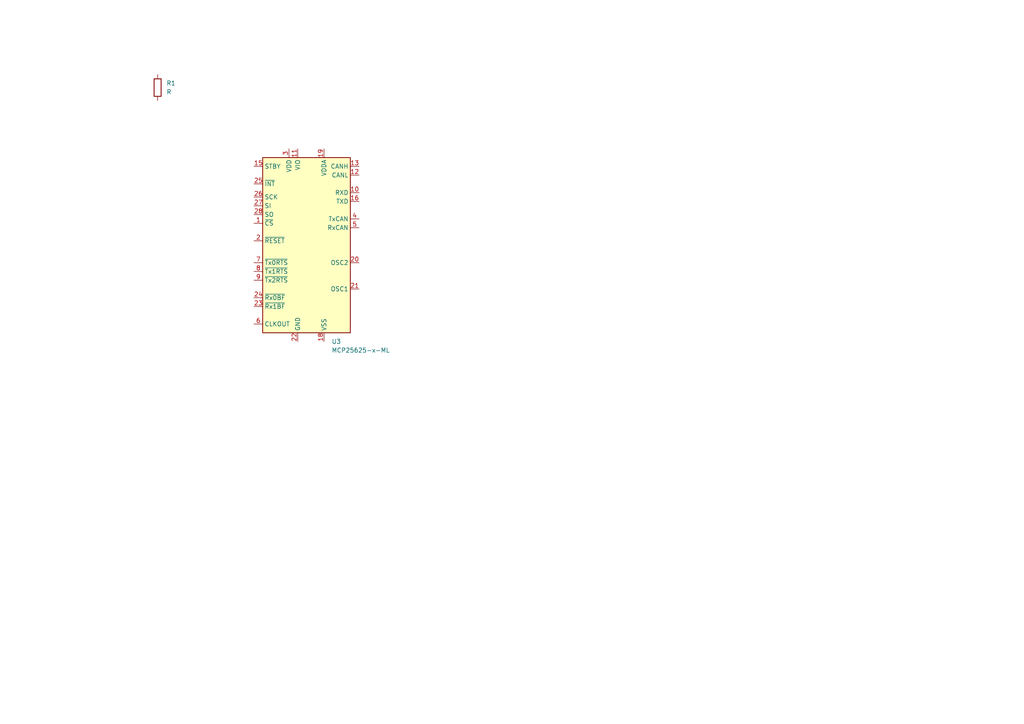
<source format=kicad_sch>
(kicad_sch (version 20231120) (generator "eeschema") (generator_version "8.0")
  (paper "A4")
  (lib_symbols
    (symbol "Device:R" (pin_numbers hide) (pin_names (offset 0))
      (property "Reference" "R" (at 2.032 0 90))
      (property "Value" "R" (at 0 0 90))
      (symbol "R_0_1"
        (rectangle (start -1.016 -2.54) (end 1.016 2.54) (stroke (width 0.254)))
      )
      (symbol "R_1_1"
        (pin passive line (at 0 3.81 270) (length 1.27) (name "~") (number "1"))
        (pin passive line (at 0 -3.81 90) (length 1.27) (name "~") (number "2"))
      )
    )
    (symbol "_CI_:MCP25625-x-ML"
      (property "Reference" "U" (at -11.43 26.67 0))
      (property "Value" "MCP25625-x-ML" (at 15.24 26.67 0))
      (symbol "MCP25625-x-ML_0_1"
        (rectangle (start -12.7 25.4) (end 12.7 -25.4) (stroke (width 0.254)) (fill (type background)))
      )
      (symbol "MCP25625-x-ML_1_0"
        (pin no_connect line (at 0 -27.94 90) (length 2.54) hide (name "EP") (number "29"))
      )
      (symbol "MCP25625-x-ML_1_1"
        (pin input line (at -15.24 6.35 0) (length 2.54) (name "~{CS}") (number "1"))
        (pin output line (at 15.24 15.24 180) (length 2.54) (name "RXD") (number "10"))
        (pin power_in line (at -2.54 27.94 270) (length 2.54) (name "VIO") (number "11"))
        (pin bidirectional line (at 15.24 20.32 180) (length 2.54) (name "CANL") (number "12"))
        (pin bidirectional line (at 15.24 22.86 180) (length 2.54) (name "CANH") (number "13"))
        (pin no_connect line (at 12.7 -15.24 180) (length 2.54) hide (name "NC") (number "14"))
        (pin input line (at -15.24 22.86 0) (length 2.54) (name "STBY") (number "15"))
        (pin input line (at 15.24 12.7 180) (length 2.54) (name "TXD") (number "16"))
        (pin no_connect line (at 12.7 -17.78 180) (length 2.54) hide (name "NC") (number "17"))
        (pin power_in line (at 5.08 -27.94 90) (length 2.54) (name "VSS") (number "18"))
        (pin power_in line (at 5.08 27.94 270) (length 2.54) (name "VDDA") (number "19"))
        (pin input line (at -15.24 1.27 0) (length 2.54) (name "~{RESET}") (number "2"))
        (pin output line (at 15.24 -5.08 180) (length 2.54) (name "OSC2") (number "20"))
        (pin input line (at 15.24 -12.7 180) (length 2.54) (name "OSC1") (number "21"))
        (pin power_in line (at -2.54 -27.94 90) (length 2.54) (name "GND") (number "22"))
        (pin output line (at -15.24 -17.78 0) (length 2.54) (name "~{Rx1BF}") (number "23"))
        (pin output line (at -15.24 -15.24 0) (length 2.54) (name "~{Rx0BF}") (number "24"))
        (pin output line (at -15.24 17.78 0) (length 2.54) (name "~{INT}") (number "25"))
        (pin input line (at -15.24 13.97 0) (length 2.54) (name "SCK") (number "26"))
        (pin input line (at -15.24 11.43 0) (length 2.54) (name "SI") (number "27"))
        (pin output line (at -15.24 8.89 0) (length 2.54) (name "SO") (number "28"))
        (pin power_in line (at -5.08 27.94 270) (length 2.54) (name "VDD") (number "3"))
        (pin output line (at 15.24 7.62 180) (length 2.54) (name "TxCAN") (number "4"))
        (pin input line (at 15.24 5.08 180) (length 2.54) (name "RxCAN") (number "5"))
        (pin output line (at -15.24 -22.86 0) (length 2.54) (name "CLKOUT") (number "6"))
        (pin input line (at -15.24 -5.08 0) (length 2.54) (name "~{Tx0RTS}") (number "7"))
        (pin input line (at -15.24 -7.62 0) (length 2.54) (name "~{Tx1RTS}") (number "8"))
        (pin input line (at -15.24 -10.16 0) (length 2.54) (name "~{Tx2RTS}") (number "9"))
      )
    )
  )
  (symbol (lib_id "_CI_:MCP25625-x-ML") (at 88.9 71.12 0) (unit 1)
    (property "Reference" "U3" (at 96.1741 99.06 0) (effects (justify left)))
    (property "Value" "MCP25625-x-ML" (at 96.1741 101.6 0) (effects (justify left)))
    (property "Footprint" "Package_DFN_QFN:QFN-28-1EP_6x6mm_P0.65mm_EP4.25x4.25mm" (effects (hide yes)))
    (property "Datasheet" "http://ww1.microchip.com/downloads/en/DeviceDoc/20005282B.pdf" (effects (hide yes)))
    (property "Description" "Stand-Alone CAN Controller with SPI Interface and integated Transceiver, SSOP-28" (effects (hide yes)))
  )
  (symbol (lib_id "Device:R") (at 45.72 25.4 0) (unit 1)
    (property "Reference" "R1" (at 48.26 24.1299 0) (effects (justify left)))
    (property "Value" "R" (at 48.26 26.6699 0) (effects (justify left)))
    (property "Description" "Resistor" (effects (hide yes)))
  )
)
</source>
